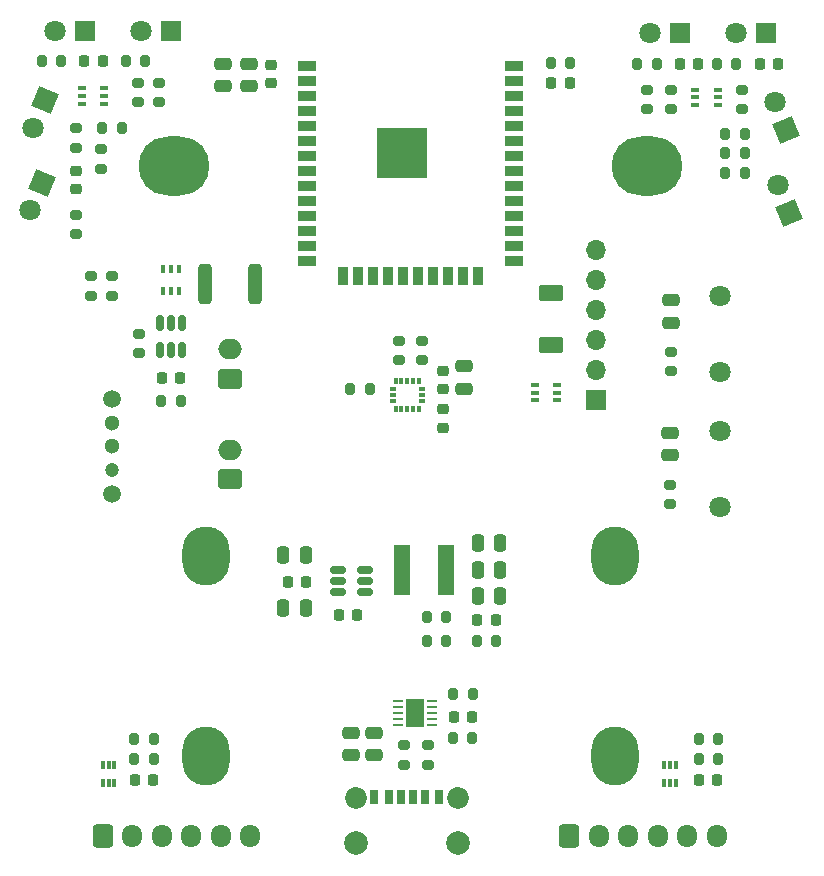
<source format=gts>
%TF.GenerationSoftware,KiCad,Pcbnew,7.0.5*%
%TF.CreationDate,2023-06-03T10:58:51+02:00*%
%TF.ProjectId,electronix,656c6563-7472-46f6-9e69-782e6b696361,rev?*%
%TF.SameCoordinates,Original*%
%TF.FileFunction,Soldermask,Top*%
%TF.FilePolarity,Negative*%
%FSLAX46Y46*%
G04 Gerber Fmt 4.6, Leading zero omitted, Abs format (unit mm)*
G04 Created by KiCad (PCBNEW 7.0.5) date 2023-06-03 10:58:51*
%MOMM*%
%LPD*%
G01*
G04 APERTURE LIST*
G04 Aperture macros list*
%AMRoundRect*
0 Rectangle with rounded corners*
0 $1 Rounding radius*
0 $2 $3 $4 $5 $6 $7 $8 $9 X,Y pos of 4 corners*
0 Add a 4 corners polygon primitive as box body*
4,1,4,$2,$3,$4,$5,$6,$7,$8,$9,$2,$3,0*
0 Add four circle primitives for the rounded corners*
1,1,$1+$1,$2,$3*
1,1,$1+$1,$4,$5*
1,1,$1+$1,$6,$7*
1,1,$1+$1,$8,$9*
0 Add four rect primitives between the rounded corners*
20,1,$1+$1,$2,$3,$4,$5,0*
20,1,$1+$1,$4,$5,$6,$7,0*
20,1,$1+$1,$6,$7,$8,$9,0*
20,1,$1+$1,$8,$9,$2,$3,0*%
%AMRotRect*
0 Rectangle, with rotation*
0 The origin of the aperture is its center*
0 $1 length*
0 $2 width*
0 $3 Rotation angle, in degrees counterclockwise*
0 Add horizontal line*
21,1,$1,$2,0,0,$3*%
G04 Aperture macros list end*
%ADD10RoundRect,0.250000X0.475000X-0.250000X0.475000X0.250000X-0.475000X0.250000X-0.475000X-0.250000X0*%
%ADD11RoundRect,0.200000X-0.200000X-0.275000X0.200000X-0.275000X0.200000X0.275000X-0.200000X0.275000X0*%
%ADD12RoundRect,0.225000X0.225000X0.250000X-0.225000X0.250000X-0.225000X-0.250000X0.225000X-0.250000X0*%
%ADD13RoundRect,0.200000X-0.275000X0.200000X-0.275000X-0.200000X0.275000X-0.200000X0.275000X0.200000X0*%
%ADD14RoundRect,0.200000X0.200000X0.275000X-0.200000X0.275000X-0.200000X-0.275000X0.200000X-0.275000X0*%
%ADD15R,1.800000X1.800000*%
%ADD16C,1.800000*%
%ADD17RoundRect,0.225000X0.250000X-0.225000X0.250000X0.225000X-0.250000X0.225000X-0.250000X-0.225000X0*%
%ADD18RoundRect,0.200000X0.275000X-0.200000X0.275000X0.200000X-0.275000X0.200000X-0.275000X-0.200000X0*%
%ADD19RoundRect,0.250000X0.750000X-0.600000X0.750000X0.600000X-0.750000X0.600000X-0.750000X-0.600000X0*%
%ADD20O,2.000000X1.700000*%
%ADD21RoundRect,0.250000X0.250000X0.475000X-0.250000X0.475000X-0.250000X-0.475000X0.250000X-0.475000X0*%
%ADD22RoundRect,0.250000X-0.250000X-0.475000X0.250000X-0.475000X0.250000X0.475000X-0.250000X0.475000X0*%
%ADD23RoundRect,0.087500X-0.087500X0.187500X-0.087500X-0.187500X0.087500X-0.187500X0.087500X0.187500X0*%
%ADD24RoundRect,0.087500X-0.187500X0.087500X-0.187500X-0.087500X0.187500X-0.087500X0.187500X0.087500X0*%
%ADD25RoundRect,0.150000X-0.150000X0.512500X-0.150000X-0.512500X0.150000X-0.512500X0.150000X0.512500X0*%
%ADD26RoundRect,0.218750X0.218750X0.256250X-0.218750X0.256250X-0.218750X-0.256250X0.218750X-0.256250X0*%
%ADD27RoundRect,0.225000X-0.250000X0.225000X-0.250000X-0.225000X0.250000X-0.225000X0.250000X0.225000X0*%
%ADD28R,0.340000X0.700000*%
%ADD29R,0.650000X0.400000*%
%ADD30RoundRect,0.250000X-0.475000X0.250000X-0.475000X-0.250000X0.475000X-0.250000X0.475000X0.250000X0*%
%ADD31C,1.300000*%
%ADD32C,1.200000*%
%ADD33C,1.500000*%
%ADD34RoundRect,0.250000X-0.312500X-1.450000X0.312500X-1.450000X0.312500X1.450000X-0.312500X1.450000X0*%
%ADD35RoundRect,0.250000X0.800000X-0.450000X0.800000X0.450000X-0.800000X0.450000X-0.800000X-0.450000X0*%
%ADD36R,1.500000X0.900000*%
%ADD37R,0.900000X1.500000*%
%ADD38C,0.600000*%
%ADD39R,4.200000X4.200000*%
%ADD40RoundRect,0.250000X-0.600000X-0.725000X0.600000X-0.725000X0.600000X0.725000X-0.600000X0.725000X0*%
%ADD41O,1.700000X1.950000*%
%ADD42RotRect,1.800000X1.800000X112.500000*%
%ADD43RoundRect,0.218750X-0.218750X-0.256250X0.218750X-0.256250X0.218750X0.256250X-0.218750X0.256250X0*%
%ADD44RoundRect,0.150000X0.512500X0.150000X-0.512500X0.150000X-0.512500X-0.150000X0.512500X-0.150000X0*%
%ADD45RoundRect,0.062500X-0.362500X-0.062500X0.362500X-0.062500X0.362500X0.062500X-0.362500X0.062500X0*%
%ADD46R,1.650000X2.380000*%
%ADD47R,0.400000X0.650000*%
%ADD48RotRect,1.800000X1.800000X247.500000*%
%ADD49RoundRect,0.225000X-0.225000X-0.250000X0.225000X-0.250000X0.225000X0.250000X-0.225000X0.250000X0*%
%ADD50R,0.700000X1.200000*%
%ADD51R,0.760000X1.200000*%
%ADD52R,0.800000X1.200000*%
%ADD53C,1.850000*%
%ADD54C,2.010000*%
%ADD55R,1.400000X4.200000*%
%ADD56R,1.700000X1.700000*%
%ADD57O,1.700000X1.700000*%
%ADD58O,4.000000X5.000000*%
%ADD59O,6.000000X5.000000*%
G04 APERTURE END LIST*
D10*
X115200000Y-77250000D03*
X115200000Y-75350000D03*
X117400000Y-77250000D03*
X117400000Y-75350000D03*
D11*
X109975000Y-103925000D03*
X111625000Y-103925000D03*
D12*
X109275000Y-136000000D03*
X107725000Y-136000000D03*
D13*
X108050000Y-98200000D03*
X108050000Y-99850000D03*
D14*
X136294000Y-132400000D03*
X134644000Y-132400000D03*
D15*
X153878561Y-72730455D03*
D16*
X151338561Y-72730455D03*
D17*
X133825000Y-106175000D03*
X133825000Y-104625000D03*
D13*
X151113561Y-77573455D03*
X151113561Y-79223455D03*
D18*
X153025000Y-112642500D03*
X153025000Y-110992500D03*
D10*
X153117500Y-97267500D03*
X153117500Y-95367500D03*
D19*
X115800000Y-102025000D03*
D20*
X115800000Y-99525000D03*
D21*
X122184000Y-116942000D03*
X120284000Y-116942000D03*
D19*
X115775000Y-110525000D03*
D20*
X115775000Y-108025000D03*
D18*
X109772000Y-78599000D03*
X109772000Y-76949000D03*
D22*
X136759000Y-115942000D03*
X138659000Y-115942000D03*
D17*
X133825000Y-102925000D03*
X133825000Y-101375000D03*
D22*
X136759000Y-120442000D03*
X138659000Y-120442000D03*
D13*
X159127561Y-77573455D03*
X159127561Y-79223455D03*
D18*
X153145561Y-79223455D03*
X153145561Y-77573455D03*
D23*
X131800000Y-102175000D03*
X131300000Y-102175000D03*
X130800000Y-102175000D03*
X130300000Y-102175000D03*
X129800000Y-102175000D03*
D24*
X129575000Y-102900000D03*
X129575000Y-103400000D03*
X129575000Y-103900000D03*
D23*
X129800000Y-104625000D03*
X130300000Y-104625000D03*
X130800000Y-104625000D03*
X131300000Y-104625000D03*
X131800000Y-104625000D03*
D24*
X132025000Y-103900000D03*
X132025000Y-103400000D03*
X132025000Y-102900000D03*
D25*
X111750000Y-97287500D03*
X110800000Y-97287500D03*
X109850000Y-97287500D03*
X109850000Y-99562500D03*
X110800000Y-99562500D03*
X111750000Y-99562500D03*
D11*
X157011561Y-75350455D03*
X158661561Y-75350455D03*
D26*
X138276500Y-122442000D03*
X136701500Y-122442000D03*
D27*
X119250000Y-75425000D03*
X119250000Y-76975000D03*
D28*
X106000000Y-134750000D03*
X105500000Y-134750000D03*
X105000000Y-134750000D03*
X105000000Y-136250000D03*
X105500000Y-136250000D03*
X106000000Y-136250000D03*
D18*
X132531000Y-134721000D03*
X132531000Y-133071000D03*
D29*
X103234000Y-77441000D03*
X103234000Y-78091000D03*
X103234000Y-78741000D03*
X105134000Y-78741000D03*
X105134000Y-78091000D03*
X105134000Y-77441000D03*
D15*
X110744000Y-72597000D03*
D16*
X108204000Y-72597000D03*
D30*
X128009000Y-131992000D03*
X128009000Y-133892000D03*
D31*
X105750000Y-105750000D03*
X105750000Y-107750000D03*
D32*
X105750000Y-109750000D03*
D33*
X105750000Y-103750000D03*
X105750000Y-111750000D03*
D11*
X136664000Y-124192000D03*
X138314000Y-124192000D03*
D34*
X113662500Y-94025000D03*
X117937500Y-94025000D03*
D11*
X157699000Y-81317000D03*
X159349000Y-81317000D03*
X157723000Y-84586000D03*
X159373000Y-84586000D03*
D14*
X159373000Y-82884000D03*
X157723000Y-82884000D03*
D10*
X153025000Y-108517500D03*
X153025000Y-106617500D03*
D30*
X135575000Y-100950000D03*
X135575000Y-102850000D03*
D11*
X125975000Y-102900000D03*
X127625000Y-102900000D03*
D13*
X132025000Y-98825000D03*
X132025000Y-100475000D03*
D16*
X157257500Y-95057500D03*
X157257500Y-101457500D03*
D14*
X106599000Y-80822000D03*
X104949000Y-80822000D03*
D12*
X155402561Y-75350455D03*
X153852561Y-75350455D03*
D35*
X143000000Y-99200000D03*
X143000000Y-94800000D03*
D21*
X122184000Y-121442000D03*
X120284000Y-121442000D03*
D16*
X157275000Y-106467500D03*
X157275000Y-112867500D03*
D12*
X157050000Y-136000000D03*
X155500000Y-136000000D03*
X162167561Y-75350455D03*
X160617561Y-75350455D03*
D13*
X104900000Y-82575000D03*
X104900000Y-84225000D03*
D11*
X107675000Y-132500000D03*
X109325000Y-132500000D03*
D13*
X107969000Y-76949000D03*
X107969000Y-78599000D03*
D36*
X122296000Y-75531000D03*
X122296000Y-76801000D03*
X122296000Y-78071000D03*
X122296000Y-79341000D03*
X122296000Y-80611000D03*
X122296000Y-81881000D03*
X122296000Y-83151000D03*
X122296000Y-84421000D03*
X122296000Y-85691000D03*
X122296000Y-86961000D03*
X122296000Y-88231000D03*
X122296000Y-89501000D03*
X122296000Y-90771000D03*
X122296000Y-92041000D03*
D37*
X125336000Y-93291000D03*
X126606000Y-93291000D03*
X127876000Y-93291000D03*
X129146000Y-93291000D03*
X130416000Y-93291000D03*
X131686000Y-93291000D03*
X132956000Y-93291000D03*
X134226000Y-93291000D03*
X135496000Y-93291000D03*
X136766000Y-93291000D03*
D36*
X139796000Y-92041000D03*
X139796000Y-90771000D03*
X139796000Y-89501000D03*
X139796000Y-88231000D03*
X139796000Y-86961000D03*
X139796000Y-85691000D03*
X139796000Y-84421000D03*
X139796000Y-83151000D03*
X139796000Y-81881000D03*
X139796000Y-80611000D03*
X139796000Y-79341000D03*
X139796000Y-78071000D03*
X139796000Y-76801000D03*
X139796000Y-75531000D03*
D38*
X128841000Y-82108500D03*
X128841000Y-83633500D03*
X129603500Y-81346000D03*
X129603500Y-82871000D03*
X129603500Y-84396000D03*
X130366000Y-82108500D03*
D39*
X130366000Y-82871000D03*
D38*
X130366000Y-83633500D03*
X131128500Y-81346000D03*
X131128500Y-82871000D03*
X131128500Y-84396000D03*
X131891000Y-82108500D03*
X131891000Y-83633500D03*
D40*
X105000000Y-140750000D03*
D41*
X107500000Y-140750000D03*
X110000000Y-140750000D03*
X112500000Y-140750000D03*
X115000000Y-140750000D03*
X117500000Y-140750000D03*
D11*
X155450000Y-134250000D03*
X157100000Y-134250000D03*
D26*
X144537500Y-77000000D03*
X142962500Y-77000000D03*
D22*
X136759000Y-118192000D03*
X138659000Y-118192000D03*
D42*
X163127561Y-87957455D03*
D16*
X162155545Y-85610801D03*
D18*
X153117500Y-101392500D03*
X153117500Y-99742500D03*
D43*
X134712500Y-130700000D03*
X136287500Y-130700000D03*
D30*
X126009000Y-131992000D03*
X126009000Y-133892000D03*
D29*
X157077561Y-78857455D03*
X157077561Y-78207455D03*
X157077561Y-77557455D03*
X155177561Y-77557455D03*
X155177561Y-78207455D03*
X155177561Y-78857455D03*
D15*
X161127561Y-72754455D03*
D16*
X158587561Y-72754455D03*
D40*
X144500000Y-140750000D03*
D41*
X147000000Y-140750000D03*
X149500000Y-140750000D03*
X152000000Y-140750000D03*
X154500000Y-140750000D03*
X157000000Y-140750000D03*
D29*
X141600000Y-102560000D03*
X141600000Y-103210000D03*
X141600000Y-103860000D03*
X143500000Y-103860000D03*
X143500000Y-103210000D03*
X143500000Y-102560000D03*
D44*
X127209000Y-120092000D03*
X127209000Y-119142000D03*
X127209000Y-118192000D03*
X124934000Y-118192000D03*
X124934000Y-119142000D03*
X124934000Y-120092000D03*
D18*
X130499000Y-134721000D03*
X130499000Y-133071000D03*
D45*
X129969000Y-129347000D03*
X129969000Y-129847000D03*
X129969000Y-130347000D03*
X129969000Y-130847000D03*
X129969000Y-131347000D03*
X132869000Y-131347000D03*
X132869000Y-130847000D03*
X132869000Y-130347000D03*
X132869000Y-129847000D03*
X132869000Y-129347000D03*
D46*
X131419000Y-130347000D03*
D42*
X162877561Y-80957455D03*
D16*
X161905545Y-78610801D03*
D47*
X110150000Y-94625000D03*
X110800000Y-94625000D03*
X111450000Y-94625000D03*
X111450000Y-92725000D03*
X110800000Y-92725000D03*
X110150000Y-92725000D03*
D48*
X99841283Y-85406562D03*
D16*
X98869267Y-87753216D03*
D13*
X102726000Y-88125000D03*
X102726000Y-89775000D03*
D11*
X106951000Y-75122000D03*
X108601000Y-75122000D03*
X132434000Y-124192000D03*
X134084000Y-124192000D03*
D15*
X103494000Y-72597000D03*
D16*
X100954000Y-72597000D03*
D28*
X153525000Y-134750000D03*
X153025000Y-134750000D03*
X152525000Y-134750000D03*
X152525000Y-136250000D03*
X153025000Y-136250000D03*
X153525000Y-136250000D03*
D49*
X120679000Y-119192000D03*
X122229000Y-119192000D03*
D13*
X105800000Y-93325000D03*
X105800000Y-94975000D03*
D14*
X134084000Y-122192000D03*
X132434000Y-122192000D03*
D50*
X130250000Y-137470000D03*
D51*
X132270000Y-137470000D03*
D52*
X133500000Y-137470000D03*
D50*
X131250000Y-137470000D03*
D51*
X129230000Y-137470000D03*
D52*
X128000000Y-137470000D03*
D53*
X126430000Y-137550000D03*
D54*
X126430000Y-141350000D03*
D53*
X135070000Y-137550000D03*
D54*
X135070000Y-141350000D03*
D18*
X104050000Y-94975000D03*
X104050000Y-93325000D03*
D12*
X111575000Y-101925000D03*
X110025000Y-101925000D03*
D18*
X102726000Y-82472000D03*
X102726000Y-80822000D03*
D14*
X151904561Y-75350455D03*
X150254561Y-75350455D03*
D12*
X126525000Y-122000000D03*
X124975000Y-122000000D03*
D11*
X134684000Y-128692000D03*
X136334000Y-128692000D03*
X99839000Y-75122000D03*
X101489000Y-75122000D03*
D55*
X130334000Y-118192000D03*
X134034000Y-118192000D03*
D17*
X102726000Y-85978000D03*
X102726000Y-84428000D03*
D11*
X142925000Y-75250000D03*
X144575000Y-75250000D03*
D13*
X130075000Y-98825000D03*
X130075000Y-100475000D03*
D49*
X103444000Y-75122000D03*
X104994000Y-75122000D03*
D48*
X100091283Y-78406562D03*
D16*
X99119267Y-80753216D03*
D11*
X155450000Y-132500000D03*
X157100000Y-132500000D03*
D56*
X146750000Y-103850000D03*
D57*
X146750000Y-101310000D03*
X146750000Y-98770000D03*
X146750000Y-96230000D03*
X146750000Y-93690000D03*
X146750000Y-91150000D03*
D11*
X107675000Y-134250000D03*
X109325000Y-134250000D03*
D58*
X148358500Y-117000000D03*
X148358500Y-134000000D03*
D59*
X151046000Y-84000000D03*
X111046000Y-84000000D03*
D58*
X113733500Y-134000000D03*
X113733500Y-117000000D03*
M02*

</source>
